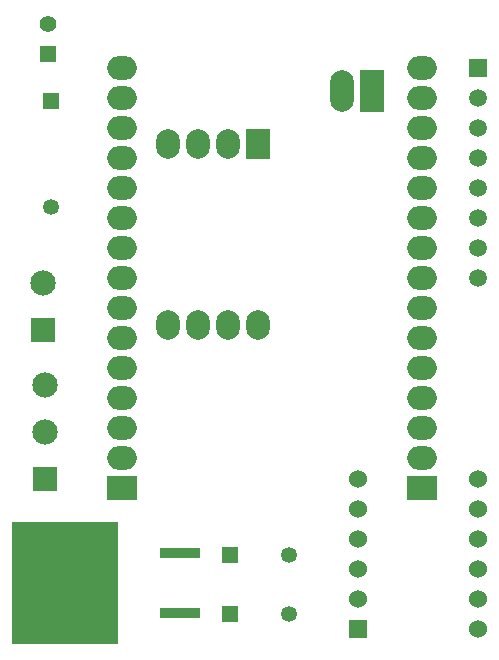
<source format=gbr>
G04*
G04 #@! TF.GenerationSoftware,Altium Limited,Altium Designer,25.0.2 (28)*
G04*
G04 Layer_Color=255*
%FSLAX44Y44*%
%MOMM*%
G71*
G04*
G04 #@! TF.SameCoordinates,4711C13A-52D9-45D7-B3A0-D515BE669C82*
G04*
G04*
G04 #@! TF.FilePolarity,Positive*
G04*
G01*
G75*
%ADD14O,2.0000X3.5400*%
%ADD15R,2.0000X3.5400*%
%ADD16R,9.0000X10.3500*%
%ADD17R,3.5000X0.9500*%
%ADD39O,2.5000X2.0000*%
%ADD40R,2.5000X2.0000*%
%ADD41C,2.1500*%
%ADD42R,2.1500X2.1500*%
%ADD43C,1.5240*%
%ADD44R,1.5240X1.5240*%
%ADD45O,2.0000X2.5000*%
%ADD46R,2.0000X2.5000*%
%ADD47R,1.3500X1.3500*%
%ADD48C,1.3500*%
%ADD49C,1.5000*%
%ADD50R,1.5000X1.5000*%
%ADD51C,1.4000*%
%ADD52R,1.4000X1.4000*%
%ADD53R,1.3500X1.3500*%
D14*
X1090450Y1311300D02*
D03*
D15*
X1115850D02*
D03*
D16*
X856000Y894750D02*
D03*
D17*
X953500Y920150D02*
D03*
Y869350D02*
D03*
D39*
X1158500Y1330800D02*
D03*
Y1305400D02*
D03*
Y1280000D02*
D03*
Y1254600D02*
D03*
Y1229200D02*
D03*
Y1203800D02*
D03*
Y1178400D02*
D03*
Y1153000D02*
D03*
Y1127600D02*
D03*
Y1102200D02*
D03*
Y1076800D02*
D03*
Y1051400D02*
D03*
Y1026000D02*
D03*
Y1000600D02*
D03*
X904500Y1051400D02*
D03*
Y1330800D02*
D03*
Y1305400D02*
D03*
Y1280000D02*
D03*
Y1254600D02*
D03*
Y1229200D02*
D03*
Y1203800D02*
D03*
Y1178400D02*
D03*
Y1153000D02*
D03*
Y1127600D02*
D03*
Y1102200D02*
D03*
Y1076800D02*
D03*
Y1026000D02*
D03*
Y1000600D02*
D03*
D40*
X1158500Y975200D02*
D03*
X904500D02*
D03*
D41*
X838750Y1062350D02*
D03*
Y1022750D02*
D03*
X837250Y1149000D02*
D03*
D42*
X838750Y983150D02*
D03*
X837250Y1109400D02*
D03*
D43*
X1205350Y983250D02*
D03*
Y957850D02*
D03*
Y932450D02*
D03*
Y907050D02*
D03*
Y881650D02*
D03*
Y856250D02*
D03*
X1103750Y957850D02*
D03*
Y881650D02*
D03*
Y983250D02*
D03*
Y932450D02*
D03*
Y907050D02*
D03*
D44*
Y856250D02*
D03*
D45*
X943050Y1113100D02*
D03*
X968450D02*
D03*
X993850D02*
D03*
X1019250D02*
D03*
X943050Y1266500D02*
D03*
X968450D02*
D03*
X993850D02*
D03*
D46*
X1019250D02*
D03*
D47*
X995750Y918250D02*
D03*
Y869000D02*
D03*
D48*
X1045750Y918250D02*
D03*
Y869000D02*
D03*
X844250Y1213250D02*
D03*
D49*
X1206000Y1153050D02*
D03*
Y1178450D02*
D03*
Y1203850D02*
D03*
Y1229250D02*
D03*
Y1254650D02*
D03*
Y1280050D02*
D03*
Y1305450D02*
D03*
D50*
Y1330850D02*
D03*
D51*
X841750Y1368201D02*
D03*
D52*
Y1342800D02*
D03*
D53*
X844250Y1303250D02*
D03*
M02*

</source>
